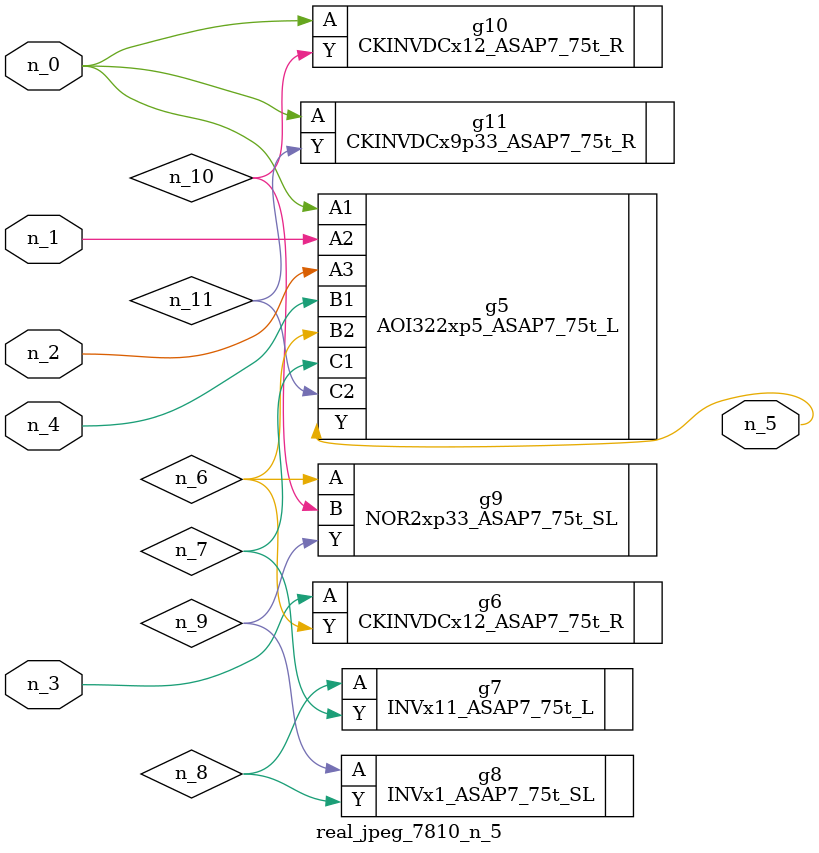
<source format=v>
module real_jpeg_7810_n_5 (n_4, n_0, n_1, n_2, n_3, n_5);

input n_4;
input n_0;
input n_1;
input n_2;
input n_3;

output n_5;

wire n_8;
wire n_11;
wire n_6;
wire n_7;
wire n_10;
wire n_9;

AOI322xp5_ASAP7_75t_L g5 ( 
.A1(n_0),
.A2(n_1),
.A3(n_2),
.B1(n_4),
.B2(n_6),
.C1(n_7),
.C2(n_11),
.Y(n_5)
);

CKINVDCx12_ASAP7_75t_R g10 ( 
.A(n_0),
.Y(n_10)
);

CKINVDCx9p33_ASAP7_75t_R g11 ( 
.A(n_0),
.Y(n_11)
);

CKINVDCx12_ASAP7_75t_R g6 ( 
.A(n_3),
.Y(n_6)
);

NOR2xp33_ASAP7_75t_SL g9 ( 
.A(n_6),
.B(n_10),
.Y(n_9)
);

INVx11_ASAP7_75t_L g7 ( 
.A(n_8),
.Y(n_7)
);

INVx1_ASAP7_75t_SL g8 ( 
.A(n_9),
.Y(n_8)
);


endmodule
</source>
